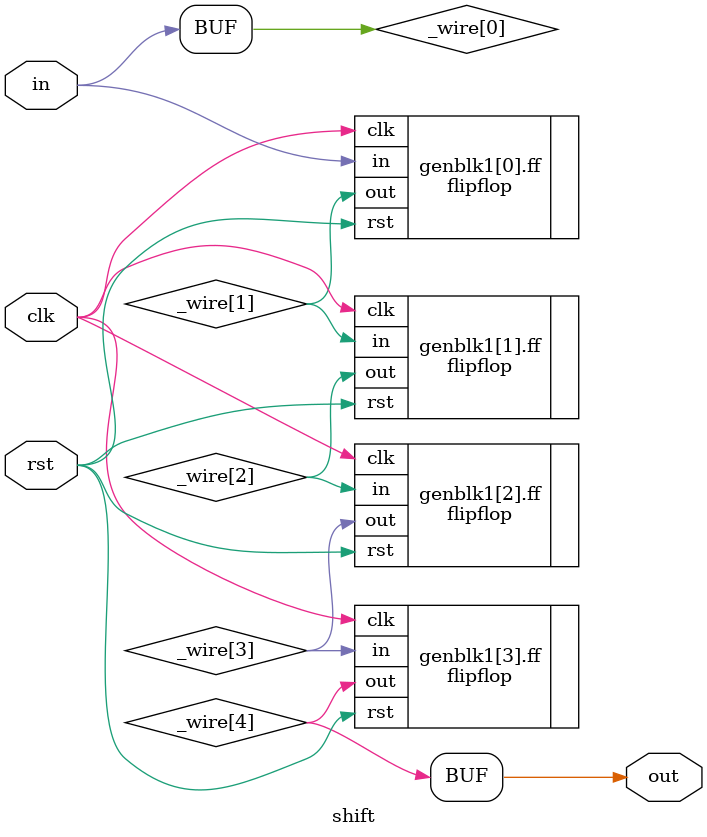
<source format=sv>
module shift #(parameter DELAY = 4)(
    input clk,
    input rst,
    input in,
    output out
); 

    wire _wire [DELAY:0];
    genvar i;
    generate
        for (i = 0; i<DELAY; i = i + 1) begin
            flipflop ff (.clk(clk),
                         .rst(rst),
                         .in(_wire[i]),
                         .out(_wire[i+1]));
        end
    endgenerate

    assign _wire[0]  = in;
    assign out = _wire[DELAY];
endmodule
</source>
